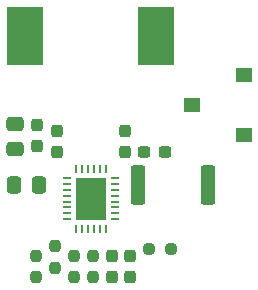
<source format=gtp>
%TF.GenerationSoftware,KiCad,Pcbnew,7.0.5-0*%
%TF.CreationDate,2024-02-02T21:32:53-05:00*%
%TF.ProjectId,Cutdown_Test,43757464-6f77-46e5-9f54-6573742e6b69,rev?*%
%TF.SameCoordinates,Original*%
%TF.FileFunction,Paste,Top*%
%TF.FilePolarity,Positive*%
%FSLAX46Y46*%
G04 Gerber Fmt 4.6, Leading zero omitted, Abs format (unit mm)*
G04 Created by KiCad (PCBNEW 7.0.5-0) date 2024-02-02 21:32:53*
%MOMM*%
%LPD*%
G01*
G04 APERTURE LIST*
G04 Aperture macros list*
%AMRoundRect*
0 Rectangle with rounded corners*
0 $1 Rounding radius*
0 $2 $3 $4 $5 $6 $7 $8 $9 X,Y pos of 4 corners*
0 Add a 4 corners polygon primitive as box body*
4,1,4,$2,$3,$4,$5,$6,$7,$8,$9,$2,$3,0*
0 Add four circle primitives for the rounded corners*
1,1,$1+$1,$2,$3*
1,1,$1+$1,$4,$5*
1,1,$1+$1,$6,$7*
1,1,$1+$1,$8,$9*
0 Add four rect primitives between the rounded corners*
20,1,$1+$1,$2,$3,$4,$5,0*
20,1,$1+$1,$4,$5,$6,$7,0*
20,1,$1+$1,$6,$7,$8,$9,0*
20,1,$1+$1,$8,$9,$2,$3,0*%
G04 Aperture macros list end*
%ADD10RoundRect,0.237500X-0.237500X0.300000X-0.237500X-0.300000X0.237500X-0.300000X0.237500X0.300000X0*%
%ADD11RoundRect,0.237500X-0.250000X-0.237500X0.250000X-0.237500X0.250000X0.237500X-0.250000X0.237500X0*%
%ADD12RoundRect,0.237500X0.237500X-0.300000X0.237500X0.300000X-0.237500X0.300000X-0.237500X-0.300000X0*%
%ADD13R,0.699999X0.230000*%
%ADD14R,0.230000X0.699999*%
%ADD15R,2.650000X3.650001*%
%ADD16RoundRect,0.250000X0.362500X1.425000X-0.362500X1.425000X-0.362500X-1.425000X0.362500X-1.425000X0*%
%ADD17RoundRect,0.250000X0.475000X-0.337500X0.475000X0.337500X-0.475000X0.337500X-0.475000X-0.337500X0*%
%ADD18RoundRect,0.250000X0.337500X0.475000X-0.337500X0.475000X-0.337500X-0.475000X0.337500X-0.475000X0*%
%ADD19RoundRect,0.237500X-0.237500X0.250000X-0.237500X-0.250000X0.237500X-0.250000X0.237500X0.250000X0*%
%ADD20RoundRect,0.237500X-0.300000X-0.237500X0.300000X-0.237500X0.300000X0.237500X-0.300000X0.237500X0*%
%ADD21R,1.397000X1.193800*%
%ADD22R,3.100000X5.000000*%
G04 APERTURE END LIST*
D10*
%TO.C,C1*%
X139100000Y-112737500D03*
X139100000Y-114462500D03*
%TD*%
D11*
%TO.C,R3*%
X140687500Y-112100000D03*
X142512500Y-112100000D03*
%TD*%
D12*
%TO.C,C4*%
X132900000Y-103862500D03*
X132900000Y-102137500D03*
%TD*%
D13*
%TO.C,U1*%
X133700002Y-106100001D03*
X133700002Y-106600000D03*
X133700002Y-107099999D03*
X133700002Y-107600000D03*
X133700002Y-108100000D03*
X133700002Y-108600001D03*
X133700002Y-109100000D03*
X133700002Y-109599999D03*
D14*
X134500000Y-110400000D03*
X134999999Y-110400000D03*
X135500000Y-110400000D03*
X136000000Y-110400000D03*
X136500001Y-110400000D03*
X137000000Y-110400000D03*
D13*
X137799998Y-109599999D03*
X137799998Y-109100000D03*
X137799998Y-108600001D03*
X137799998Y-108100000D03*
X137799998Y-107600000D03*
X137799998Y-107099999D03*
X137799998Y-106600000D03*
X137799998Y-106100001D03*
D14*
X137000000Y-105300000D03*
X136500001Y-105300000D03*
X136000000Y-105300000D03*
X135500000Y-105300000D03*
X134999999Y-105300000D03*
X134500000Y-105300000D03*
D15*
X135750000Y-107850000D03*
%TD*%
D16*
%TO.C,R2*%
X145662500Y-106700000D03*
X139737500Y-106700000D03*
%TD*%
D17*
%TO.C,C8*%
X129300000Y-103637500D03*
X129300000Y-101562500D03*
%TD*%
D18*
%TO.C,C6*%
X131337500Y-106700000D03*
X129262500Y-106700000D03*
%TD*%
D12*
%TO.C,C3*%
X138600000Y-103862500D03*
X138600000Y-102137500D03*
%TD*%
%TO.C,C7*%
X137500000Y-114462500D03*
X137500000Y-112737500D03*
%TD*%
D19*
%TO.C,R5*%
X132700000Y-111887500D03*
X132700000Y-113712500D03*
%TD*%
D12*
%TO.C,C5*%
X131200000Y-103362500D03*
X131200000Y-101637500D03*
%TD*%
D19*
%TO.C,R1*%
X131100000Y-112687500D03*
X131100000Y-114512500D03*
%TD*%
D20*
%TO.C,C2*%
X140275000Y-103900000D03*
X142000000Y-103900000D03*
%TD*%
D19*
%TO.C,R6*%
X134300000Y-112687500D03*
X134300000Y-114512500D03*
%TD*%
D21*
%TO.C,SW1*%
X148698101Y-102440000D03*
X144298102Y-99900000D03*
X148698101Y-97360000D03*
%TD*%
D22*
%TO.C,L1*%
X141300000Y-94100000D03*
X130200000Y-94100000D03*
%TD*%
D19*
%TO.C,R4*%
X135900000Y-112687500D03*
X135900000Y-114512500D03*
%TD*%
M02*

</source>
